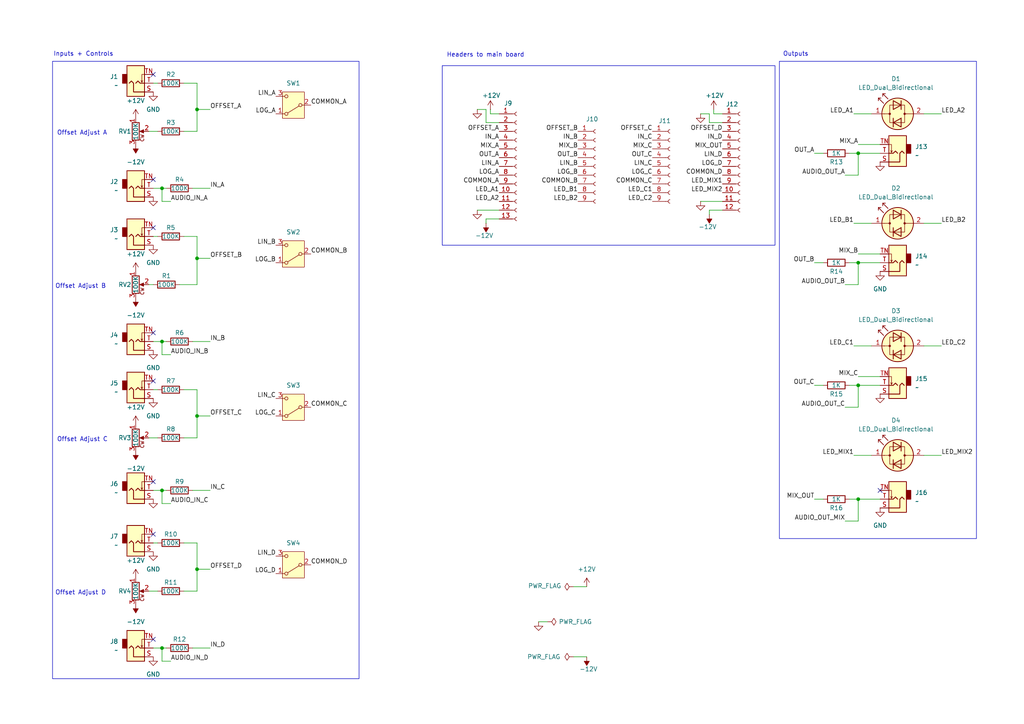
<source format=kicad_sch>
(kicad_sch (version 20250114) (generator "eeschema") (generator_version "9.0")
  (paper "A4")
  (lib_symbols
    (symbol "Connector:Conn_01x09_Socket" (pin_names (offset 1.016) (hide yes))
      (property "Reference" "J" (at 0 12.7 0))
      (property "Value" "Conn_01x09_Socket" (at 0 -12.7 0))
      (symbol "Conn_01x09_Socket_1_1"
        (polyline (pts (xy -1.27 10.16) (xy -0.508 10.16)) (stroke (width 0.1524)))
        (polyline (pts (xy -1.27 7.62) (xy -0.508 7.62)) (stroke (width 0.1524)))
        (polyline (pts (xy -1.27 5.08) (xy -0.508 5.08)) (stroke (width 0.1524)))
        (polyline (pts (xy -1.27 2.54) (xy -0.508 2.54)) (stroke (width 0.1524)))
        (polyline (pts (xy -1.27 0) (xy -0.508 0)) (stroke (width 0.1524)))
        (polyline (pts (xy -1.27 -2.54) (xy -0.508 -2.54)) (stroke (width 0.1524)))
        (polyline (pts (xy -1.27 -5.08) (xy -0.508 -5.08)) (stroke (width 0.1524)))
        (polyline (pts (xy -1.27 -7.62) (xy -0.508 -7.62)) (stroke (width 0.1524)))
        (polyline (pts (xy -1.27 -10.16) (xy -0.508 -10.16)) (stroke (width 0.1524)))
        (arc (start 0 9.652) (mid -0.5058 10.16) (end 0 10.668) (stroke (width 0.1524)))
        (arc (start 0 7.112) (mid -0.5058 7.62) (end 0 8.128) (stroke (width 0.1524)))
        (arc (start 0 4.572) (mid -0.5058 5.08) (end 0 5.588) (stroke (width 0.1524)))
        (arc (start 0 2.032) (mid -0.5058 2.54) (end 0 3.048) (stroke (width 0.1524)))
        (arc (start 0 -0.508) (mid -0.5058 0) (end 0 0.508) (stroke (width 0.1524)))
        (arc (start 0 -3.048) (mid -0.5058 -2.54) (end 0 -2.032) (stroke (width 0.1524)))
        (arc (start 0 -5.588) (mid -0.5058 -5.08) (end 0 -4.572) (stroke (width 0.1524)))
        (arc (start 0 -8.128) (mid -0.5058 -7.62) (end 0 -7.112) (stroke (width 0.1524)))
        (arc (start 0 -10.668) (mid -0.5058 -10.16) (end 0 -9.652) (stroke (width 0.1524)))
        (pin passive line (at -5.08 10.16 0) (length 3.81) (name "Pin_1") (number "1"))
        (pin passive line (at -5.08 7.62 0) (length 3.81) (name "Pin_2") (number "2"))
        (pin passive line (at -5.08 5.08 0) (length 3.81) (name "Pin_3") (number "3"))
        (pin passive line (at -5.08 2.54 0) (length 3.81) (name "Pin_4") (number "4"))
        (pin passive line (at -5.08 0 0) (length 3.81) (name "Pin_5") (number "5"))
        (pin passive line (at -5.08 -2.54 0) (length 3.81) (name "Pin_6") (number "6"))
        (pin passive line (at -5.08 -5.08 0) (length 3.81) (name "Pin_7") (number "7"))
        (pin passive line (at -5.08 -7.62 0) (length 3.81) (name "Pin_8") (number "8"))
        (pin passive line (at -5.08 -10.16 0) (length 3.81) (name "Pin_9") (number "9"))
      )
    )
    (symbol "Connector:Conn_01x12_Socket" (pin_names (offset 1.016) (hide yes))
      (property "Reference" "J" (at 0 15.24 0))
      (property "Value" "Conn_01x12_Socket" (at 0 -17.78 0))
      (symbol "Conn_01x12_Socket_1_1"
        (polyline (pts (xy -1.27 12.7) (xy -0.508 12.7)) (stroke (width 0.1524)))
        (polyline (pts (xy -1.27 10.16) (xy -0.508 10.16)) (stroke (width 0.1524)))
        (polyline (pts (xy -1.27 7.62) (xy -0.508 7.62)) (stroke (width 0.1524)))
        (polyline (pts (xy -1.27 5.08) (xy -0.508 5.08)) (stroke (width 0.1524)))
        (polyline (pts (xy -1.27 2.54) (xy -0.508 2.54)) (stroke (width 0.1524)))
        (polyline (pts (xy -1.27 0) (xy -0.508 0)) (stroke (width 0.1524)))
        (polyline (pts (xy -1.27 -2.54) (xy -0.508 -2.54)) (stroke (width 0.1524)))
        (polyline (pts (xy -1.27 -5.08) (xy -0.508 -5.08)) (stroke (width 0.1524)))
        (polyline (pts (xy -1.27 -7.62) (xy -0.508 -7.62)) (stroke (width 0.1524)))
        (polyline (pts (xy -1.27 -10.16) (xy -0.508 -10.16)) (stroke (width 0.1524)))
        (polyline (pts (xy -1.27 -12.7) (xy -0.508 -12.7)) (stroke (width 0.1524)))
        (polyline (pts (xy -1.27 -15.24) (xy -0.508 -15.24)) (stroke (width 0.1524)))
        (arc (start 0 12.192) (mid -0.5058 12.7) (end 0 13.208) (stroke (width 0.1524)))
        (arc (start 0 9.652) (mid -0.5058 10.16) (end 0 10.668) (stroke (width 0.1524)))
        (arc (start 0 7.112) (mid -0.5058 7.62) (end 0 8.128) (stroke (width 0.1524)))
        (arc (start 0 4.572) (mid -0.5058 5.08) (end 0 5.588) (stroke (width 0.1524)))
        (arc (start 0 2.032) (mid -0.5058 2.54) (end 0 3.048) (stroke (width 0.1524)))
        (arc (start 0 -0.508) (mid -0.5058 0) (end 0 0.508) (stroke (width 0.1524)))
        (arc (start 0 -3.048) (mid -0.5058 -2.54) (end 0 -2.032) (stroke (width 0.1524)))
        (arc (start 0 -5.588) (mid -0.5058 -5.08) (end 0 -4.572) (stroke (width 0.1524)))
        (arc (start 0 -8.128) (mid -0.5058 -7.62) (end 0 -7.112) (stroke (width 0.1524)))
        (arc (start 0 -10.668) (mid -0.5058 -10.16) (end 0 -9.652) (stroke (width 0.1524)))
        (arc (start 0 -13.208) (mid -0.5058 -12.7) (end 0 -12.192) (stroke (width 0.1524)))
        (arc (start 0 -15.748) (mid -0.5058 -15.24) (end 0 -14.732) (stroke (width 0.1524)))
        (pin passive line (at -5.08 12.7 0) (length 3.81) (name "Pin_1") (number "1"))
        (pin passive line (at -5.08 10.16 0) (length 3.81) (name "Pin_2") (number "2"))
        (pin passive line (at -5.08 7.62 0) (length 3.81) (name "Pin_3") (number "3"))
        (pin passive line (at -5.08 5.08 0) (length 3.81) (name "Pin_4") (number "4"))
        (pin passive line (at -5.08 2.54 0) (length 3.81) (name "Pin_5") (number "5"))
        (pin passive line (at -5.08 0 0) (length 3.81) (name "Pin_6") (number "6"))
        (pin passive line (at -5.08 -2.54 0) (length 3.81) (name "Pin_7") (number "7"))
        (pin passive line (at -5.08 -5.08 0) (length 3.81) (name "Pin_8") (number "8"))
        (pin passive line (at -5.08 -7.62 0) (length 3.81) (name "Pin_9") (number "9"))
        (pin passive line (at -5.08 -10.16 0) (length 3.81) (name "Pin_10") (number "10"))
        (pin passive line (at -5.08 -12.7 0) (length 3.81) (name "Pin_11") (number "11"))
        (pin passive line (at -5.08 -15.24 0) (length 3.81) (name "Pin_12") (number "12"))
      )
    )
    (symbol "Connector:Conn_01x13_Socket" (pin_names (offset 1.016) (hide yes))
      (property "Reference" "J" (at 0 17.78 0))
      (property "Value" "Conn_01x13_Socket" (at 0 -17.78 0))
      (symbol "Conn_01x13_Socket_1_1"
        (polyline (pts (xy -1.27 15.24) (xy -0.508 15.24)) (stroke (width 0.1524)))
        (polyline (pts (xy -1.27 12.7) (xy -0.508 12.7)) (stroke (width 0.1524)))
        (polyline (pts (xy -1.27 10.16) (xy -0.508 10.16)) (stroke (width 0.1524)))
        (polyline (pts (xy -1.27 7.62) (xy -0.508 7.62)) (stroke (width 0.1524)))
        (polyline (pts (xy -1.27 5.08) (xy -0.508 5.08)) (stroke (width 0.1524)))
        (polyline (pts (xy -1.27 2.54) (xy -0.508 2.54)) (stroke (width 0.1524)))
        (polyline (pts (xy -1.27 0) (xy -0.508 0)) (stroke (width 0.1524)))
        (polyline (pts (xy -1.27 -2.54) (xy -0.508 -2.54)) (stroke (width 0.1524)))
        (polyline (pts (xy -1.27 -5.08) (xy -0.508 -5.08)) (stroke (width 0.1524)))
        (polyline (pts (xy -1.27 -7.62) (xy -0.508 -7.62)) (stroke (width 0.1524)))
        (polyline (pts (xy -1.27 -10.16) (xy -0.508 -10.16)) (stroke (width 0.1524)))
        (polyline (pts (xy -1.27 -12.7) (xy -0.508 -12.7)) (stroke (width 0.1524)))
        (polyline (pts (xy -1.27 -15.24) (xy -0.508 -15.24)) (stroke (width 0.1524)))
        (arc (start 0 14.732) (mid -0.5058 15.24) (end 0 15.748) (stroke (width 0.1524)))
        (arc (start 0 12.192) (mid -0.5058 12.7) (end 0 13.208) (stroke (width 0.1524)))
        (arc (start 0 9.652) (mid -0.5058 10.16) (end 0 10.668) (stroke (width 0.1524)))
        (arc (start 0 7.112) (mid -0.5058 7.62) (end 0 8.128) (stroke (width 0.1524)))
        (arc (start 0 4.572) (mid -0.5058 5.08) (end 0 5.588) (stroke (width 0.1524)))
        (arc (start 0 2.032) (mid -0.5058 2.54) (end 0 3.048) (stroke (width 0.1524)))
        (arc (start 0 -0.508) (mid -0.5058 0) (end 0 0.508) (stroke (width 0.1524)))
        (arc (start 0 -3.048) (mid -0.5058 -2.54) (end 0 -2.032) (stroke (width 0.1524)))
        (arc (start 0 -5.588) (mid -0.5058 -5.08) (end 0 -4.572) (stroke (width 0.1524)))
        (arc (start 0 -8.128) (mid -0.5058 -7.62) (end 0 -7.112) (stroke (width 0.1524)))
        (arc (start 0 -10.668) (mid -0.5058 -10.16) (end 0 -9.652) (stroke (width 0.1524)))
        (arc (start 0 -13.208) (mid -0.5058 -12.7) (end 0 -12.192) (stroke (width 0.1524)))
        (arc (start 0 -15.748) (mid -0.5058 -15.24) (end 0 -14.732) (stroke (width 0.1524)))
        (pin passive line (at -5.08 15.24 0) (length 3.81) (name "Pin_1") (number "1"))
        (pin passive line (at -5.08 12.7 0) (length 3.81) (name "Pin_2") (number "2"))
        (pin passive line (at -5.08 10.16 0) (length 3.81) (name "Pin_3") (number "3"))
        (pin passive line (at -5.08 7.62 0) (length 3.81) (name "Pin_4") (number "4"))
        (pin passive line (at -5.08 5.08 0) (length 3.81) (name "Pin_5") (number "5"))
        (pin passive line (at -5.08 2.54 0) (length 3.81) (name "Pin_6") (number "6"))
        (pin passive line (at -5.08 0 0) (length 3.81) (name "Pin_7") (number "7"))
        (pin passive line (at -5.08 -2.54 0) (length 3.81) (name "Pin_8") (number "8"))
        (pin passive line (at -5.08 -5.08 0) (length 3.81) (name "Pin_9") (number "9"))
        (pin passive line (at -5.08 -7.62 0) (length 3.81) (name "Pin_10") (number "10"))
        (pin passive line (at -5.08 -10.16 0) (length 3.81) (name "Pin_11") (number "11"))
        (pin passive line (at -5.08 -12.7 0) (length 3.81) (name "Pin_12") (number "12"))
        (pin passive line (at -5.08 -15.24 0) (length 3.81) (name "Pin_13") (number "13"))
      )
    )
    (symbol "Eurorack Common:Alpha_Potentiometer" (pin_names (offset 1.016) (hide yes))
      (property "Reference" "RV" (at -1.27 0 0))
      (property "Value" "R" (at 0 0 90))
      (symbol "Alpha_Potentiometer_0_0"
        (text "CW" (at 1.905 -1.905 900) (effects (font (size 1 1))))
      )
      (symbol "Alpha_Potentiometer_0_1"
        (rectangle (start 1.016 2.54) (end -1.016 -2.54) (stroke (width 0.254)))
        (polyline (pts (xy 1.143 0) (xy 2.286 0.508) (xy 2.286 -0.508) (xy 1.143 0)) (fill (type outline)))
        (polyline (pts (xy 2.54 0) (xy 1.524 0)))
      )
      (symbol "Alpha_Potentiometer_1_1"
        (pin passive line (at 0 3.81 270) (length 1.27) (name "1") (number "1"))
        (pin passive line (at 0 -3.81 90) (length 1.27) (name "3") (number "3"))
        (pin passive line (at 3.81 0 180) (length 1.27) (name "2") (number "2"))
      )
    )
    (symbol "Eurorack Common:AudioJack2_SwitchT"
      (property "Reference" "J3" (at 0 -6.35 0))
      (property "Value" "JACK_2P" (at -0.635 4.9729 0))
      (symbol "AudioJack2_SwitchT_0_1"
        (rectangle (start -2.54 0) (end -3.81 -2.54) (stroke (width 0.254)) (fill (type outline)))
        (polyline (pts (xy 0 0) (xy 0.635 -0.635) (xy 1.27 0) (xy 2.54 0)) (stroke (width 0.254)))
        (polyline (pts (xy 1.778 -0.254) (xy 2.032 -0.762)))
        (rectangle (start 2.54 3.81) (end -2.54 -5.08) (stroke (width 0.254)) (fill (type background)))
        (polyline (pts (xy 2.54 2.54) (xy -0.635 2.54) (xy -0.635 0) (xy -1.27 -0.635) (xy -1.905 0)) (stroke (width 0.254)))
        (polyline (pts (xy 2.54 -2.54) (xy 1.778 -2.54) (xy 1.778 -0.254) (xy 1.524 -0.762)))
      )
      (symbol "AudioJack2_SwitchT_1_1"
        (pin passive line (at 5.08 2.54 180) (length 2.54) (name "~") (number "S"))
        (pin passive line (at 5.08 0 180) (length 2.54) (name "~") (number "T"))
        (pin passive line (at 5.08 -2.54 180) (length 2.54) (name "~") (number "TN"))
      )
    )
    (symbol "Eurorack Common:LED_Dual_Bidirectional_3mm" (pin_names (offset 0) (hide yes))
      (property "Reference" "D" (at 0 5.715 0))
      (property "Value" "LED_Dual_Bidirectional_3mm" (at 0 -6.35 0))
      (symbol "LED_Dual_Bidirectional_3mm_0_1"
        (polyline (pts (xy -4.572 0) (xy -2.54 0)))
        (circle (center -2.032 0) (radius 0.254) (fill (type outline)))
        (polyline (pts (xy -2.032 0) (xy -2.54 0)))
        (polyline (pts (xy -1.016 3.81) (xy -1.016 1.27)) (stroke (width 0.254)))
        (polyline (pts (xy -1.016 -1.27) (xy -1.016 -3.81) (xy 1.27 -2.54) (xy -1.016 -1.27)) (stroke (width 0.254)))
        (circle (center 0 0) (radius 4.572) (stroke (width 0.254)) (fill (type background)))
        (polyline (pts (xy 1.27 3.81) (xy 1.27 1.27) (xy -1.016 2.54) (xy 1.27 3.81)) (stroke (width 0.254)))
        (polyline (pts (xy 1.27 -1.27) (xy 1.27 -3.81)) (stroke (width 0.254)))
        (polyline (pts (xy 2.286 2.54) (xy -2.032 2.54) (xy -2.032 -2.54) (xy 2.286 -2.54) (xy 2.286 2.54)))
        (circle (center 2.286 0) (radius 0.254) (fill (type outline)))
        (polyline (pts (xy 2.794 4.318) (xy 4.318 5.842) (xy 3.556 5.842)) (stroke (width 0.2032)))
        (polyline (pts (xy 4.064 3.048) (xy 5.588 4.572) (xy 4.826 4.572)) (stroke (width 0.2032)))
        (polyline (pts (xy 4.064 0) (xy 2.286 0)) (fill (type outline)))
        (polyline (pts (xy 4.318 5.842) (xy 4.318 5.08)) (stroke (width 0.2032)))
        (polyline (pts (xy 5.588 4.572) (xy 5.588 3.81)) (stroke (width 0.2032)))
      )
      (symbol "LED_Dual_Bidirectional_3mm_1_1"
        (pin input line (at -7.62 0 0) (length 3.048) (name "AK") (number "2"))
        (pin input line (at 7.62 0 180) (length 3.81) (name "KA") (number "1"))
      )
    )
    (symbol "Eurorack Common:R_DIN0207" (pin_numbers (hide yes)) (pin_names (offset 0))
      (property "Reference" "R" (at 2.032 0 90))
      (property "Value" "R" (at 0 0 90))
      (symbol "R_DIN0207_0_1"
        (rectangle (start -1.016 2.54) (end 1.016 -2.54) (stroke (width 0.254)))
      )
      (symbol "R_DIN0207_1_1"
        (pin passive line (at 0 3.81 270) (length 1.27) (name "~") (number "1"))
        (pin passive line (at 0 -3.81 90) (length 1.27) (name "~") (number "2"))
      )
    )
    (symbol "Switch:SW_SPDT" (pin_names (offset 0) (hide yes))
      (property "Reference" "SW" (at 0 5.08 0))
      (property "Value" "SW_SPDT" (at 0 -5.08 0))
      (symbol "SW_SPDT_0_1"
        (circle (center -2.032 0) (radius 0.4572))
        (polyline (pts (xy -1.651 0.254) (xy 1.651 2.286)))
        (circle (center 2.032 2.54) (radius 0.4572))
        (circle (center 2.032 -2.54) (radius 0.4572))
      )
      (symbol "SW_SPDT_1_1"
        (rectangle (start -3.175 3.81) (end 3.175 -3.81) (fill (type background)))
        (pin passive line (at -5.08 0 0) (length 2.54) (name "B") (number "2"))
        (pin passive line (at 5.08 2.54 180) (length 2.54) (name "A") (number "1"))
        (pin passive line (at 5.08 -2.54 180) (length 2.54) (name "C") (number "3"))
      )
    )
    (symbol "power:+12V" (power) (pin_numbers (hide yes)) (pin_names (offset 0) (hide yes))
      (property "Value" "+12V" (at 0 3.556 0))
      (symbol "+12V_0_1"
        (polyline (pts (xy -0.762 1.27) (xy 0 2.54)))
        (polyline (pts (xy 0 2.54) (xy 0.762 1.27)))
        (polyline (pts (xy 0 0) (xy 0 2.54)))
      )
      (symbol "+12V_1_1"
        (pin power_in line (at 0 0 90) (length 0) (name "~") (number "1"))
      )
    )
    (symbol "power:-12V" (power) (pin_numbers (hide yes)) (pin_names (offset 0) (hide yes))
      (property "Value" "-12V" (at 0 3.556 0))
      (symbol "-12V_0_0"
        (pin power_in line (at 0 0 90) (length 0) (name "~") (number "1"))
      )
      (symbol "-12V_0_1"
        (polyline (pts (xy 0 0) (xy 0 1.27) (xy 0.762 1.27) (xy 0 2.54) (xy -0.762 1.27) (xy 0 1.27)) (fill (type outline)))
      )
    )
    (symbol "power:GND" (power) (pin_numbers (hide yes)) (pin_names (offset 0) (hide yes))
      (property "Value" "GND" (at 0 -3.81 0))
      (symbol "GND_0_1"
        (polyline (pts (xy 0 0) (xy 0 -1.27) (xy 1.27 -1.27) (xy 0 -2.54) (xy -1.27 -1.27) (xy 0 -1.27)))
      )
      (symbol "GND_1_1"
        (pin power_in line (at 0 0 270) (length 0) (name "~") (number "1"))
      )
    )
    (symbol "power:PWR_FLAG" (power) (pin_numbers (hide yes)) (pin_names (offset 0) (hide yes))
      (property "Value" "PWR_FLAG" (at 0 3.81 0))
      (symbol "PWR_FLAG_0_0"
        (pin power_out line (at 0 0 90) (length 0) (name "~") (number "1"))
      )
      (symbol "PWR_FLAG_0_1"
        (polyline (pts (xy 0 0) (xy 0 1.27) (xy -1.016 1.905) (xy 0 2.54) (xy 1.016 1.905) (xy 0 1.27)))
      )
    )
  )
  (rectangle (start 15.24 17.78) (end 104.14 196.85))
  (rectangle (start 128.27 19.05) (end 224.79 71.12))
  (rectangle (start 226.06 17.78) (end 283.21 156.21))
  (text "Offset Adjust D" (at 16.002 172.72 0) (effects (font (size 1.27 1.27)) (justify left bottom)))
  (text "Outputs" (at 227.076 15.748 0) (effects (font (size 1.27 1.27)) (justify left)))
  (text "Offset Adjust C" (at 16.51 128.27 0) (effects (font (size 1.27 1.27)) (justify left bottom)))
  (text "Offset Adjust B" (at 16.002 83.82 0) (effects (font (size 1.27 1.27)) (justify left bottom)))
  (text "Offset Adjust A" (at 16.51 39.37 0) (effects (font (size 1.27 1.27)) (justify left bottom)))
  (text "Headers to main board" (at 129.54 16.002 0) (effects (font (size 1.27 1.27)) (justify left)))
  (text "Inputs + Controls" (at 15.494 15.748 0) (effects (font (size 1.27 1.27)) (justify left)))
  (junction (at 46.99 99.06))
  (junction (at 57.15 120.65))
  (junction (at 57.15 165.1))
  (junction (at 248.92 76.2))
  (junction (at 57.15 31.75))
  (junction (at 248.92 111.76))
  (junction (at 248.92 144.78))
  (junction (at 57.15 74.93))
  (junction (at 46.99 187.96))
  (junction (at 46.99 54.61))
  (junction (at 46.99 142.24))
  (junction (at 248.92 44.45))
  (no_connect (at 44.45 110.49))
  (no_connect (at 44.45 52.07))
  (no_connect (at 44.45 21.59))
  (no_connect (at 44.45 66.04))
  (no_connect (at 44.45 185.42))
  (no_connect (at 255.27 142.24))
  (no_connect (at 44.45 154.94))
  (no_connect (at 44.45 96.52))
  (no_connect (at 44.45 139.7))
  (wire (pts (xy 140.97 31.75) (xy 138.43 31.75)))
  (wire (pts (xy 245.11 50.8) (xy 248.92 50.8)))
  (wire (pts (xy 46.99 146.05) (xy 46.99 142.24)))
  (wire (pts (xy 170.18 190.5) (xy 166.37 190.5)))
  (wire (pts (xy 236.22 76.2) (xy 238.76 76.2)))
  (wire (pts (xy 247.65 64.77) (xy 252.73 64.77)))
  (wire (pts (xy 44.45 24.13) (xy 45.72 24.13)))
  (wire (pts (xy 245.11 151.13) (xy 248.92 151.13)))
  (wire (pts (xy 57.15 74.93) (xy 57.15 82.55)))
  (wire (pts (xy 246.38 111.76) (xy 248.92 111.76)))
  (wire (pts (xy 140.97 35.56) (xy 140.97 31.75)))
  (wire (pts (xy 43.18 171.45) (xy 45.72 171.45)))
  (wire (pts (xy 57.15 24.13) (xy 57.15 31.75)))
  (wire (pts (xy 144.78 33.02) (xy 142.24 33.02)))
  (wire (pts (xy 248.92 144.78) (xy 255.27 144.78)))
  (wire (pts (xy 205.74 62.23) (xy 205.74 60.96)))
  (wire (pts (xy 209.55 33.02) (xy 207.01 33.02)))
  (wire (pts (xy 57.15 68.58) (xy 53.34 68.58)))
  (wire (pts (xy 44.45 113.03) (xy 45.72 113.03)))
  (wire (pts (xy 248.92 76.2) (xy 255.27 76.2)))
  (wire (pts (xy 248.92 144.78) (xy 248.92 151.13)))
  (wire (pts (xy 44.45 54.61) (xy 46.99 54.61)))
  (wire (pts (xy 247.65 132.08) (xy 252.73 132.08)))
  (wire (pts (xy 43.18 127) (xy 45.72 127)))
  (wire (pts (xy 46.99 102.87) (xy 46.99 99.06)))
  (wire (pts (xy 236.22 111.76) (xy 238.76 111.76)))
  (wire (pts (xy 248.92 44.45) (xy 248.92 50.8)))
  (wire (pts (xy 60.96 187.96) (xy 55.88 187.96)))
  (wire (pts (xy 248.92 73.66) (xy 255.27 73.66)))
  (wire (pts (xy 57.15 31.75) (xy 57.15 38.1)))
  (wire (pts (xy 46.99 142.24) (xy 48.26 142.24)))
  (wire (pts (xy 246.38 44.45) (xy 248.92 44.45)))
  (wire (pts (xy 144.78 35.56) (xy 140.97 35.56)))
  (wire (pts (xy 45.72 68.58) (xy 44.45 68.58)))
  (wire (pts (xy 140.97 63.5) (xy 144.78 63.5)))
  (wire (pts (xy 46.99 191.77) (xy 46.99 187.96)))
  (wire (pts (xy 44.45 157.48) (xy 45.72 157.48)))
  (wire (pts (xy 57.15 38.1) (xy 53.34 38.1)))
  (wire (pts (xy 245.11 118.11) (xy 248.92 118.11)))
  (wire (pts (xy 248.92 44.45) (xy 255.27 44.45)))
  (wire (pts (xy 44.45 99.06) (xy 46.99 99.06)))
  (wire (pts (xy 57.15 74.93) (xy 60.96 74.93)))
  (wire (pts (xy 57.15 165.1) (xy 57.15 171.45)))
  (wire (pts (xy 245.11 82.55) (xy 248.92 82.55)))
  (wire (pts (xy 49.53 146.05) (xy 46.99 146.05)))
  (wire (pts (xy 57.15 165.1) (xy 60.96 165.1)))
  (wire (pts (xy 205.74 60.96) (xy 209.55 60.96)))
  (wire (pts (xy 267.97 100.33) (xy 273.05 100.33)))
  (wire (pts (xy 48.26 54.61) (xy 46.99 54.61)))
  (wire (pts (xy 246.38 76.2) (xy 248.92 76.2)))
  (wire (pts (xy 267.97 33.02) (xy 273.05 33.02)))
  (wire (pts (xy 57.15 127) (xy 53.34 127)))
  (wire (pts (xy 267.97 64.77) (xy 273.05 64.77)))
  (wire (pts (xy 205.74 35.56) (xy 205.74 33.02)))
  (wire (pts (xy 49.53 58.42) (xy 46.99 58.42)))
  (wire (pts (xy 46.99 58.42) (xy 46.99 54.61)))
  (wire (pts (xy 49.53 102.87) (xy 46.99 102.87)))
  (wire (pts (xy 46.99 99.06) (xy 48.26 99.06)))
  (wire (pts (xy 57.15 31.75) (xy 60.96 31.75)))
  (wire (pts (xy 44.45 142.24) (xy 46.99 142.24)))
  (wire (pts (xy 44.45 187.96) (xy 46.99 187.96)))
  (wire (pts (xy 248.92 109.22) (xy 255.27 109.22)))
  (wire (pts (xy 248.92 111.76) (xy 255.27 111.76)))
  (wire (pts (xy 60.96 142.24) (xy 55.88 142.24)))
  (wire (pts (xy 140.97 64.77) (xy 140.97 63.5)))
  (wire (pts (xy 46.99 187.96) (xy 48.26 187.96)))
  (wire (pts (xy 247.65 100.33) (xy 252.73 100.33)))
  (wire (pts (xy 57.15 120.65) (xy 57.15 127)))
  (wire (pts (xy 156.21 180.34) (xy 158.75 180.34)))
  (wire (pts (xy 170.18 170.18) (xy 166.37 170.18)))
  (wire (pts (xy 57.15 24.13) (xy 53.34 24.13)))
  (wire (pts (xy 248.92 41.91) (xy 255.27 41.91)))
  (wire (pts (xy 267.97 132.08) (xy 273.05 132.08)))
  (wire (pts (xy 57.15 157.48) (xy 57.15 165.1)))
  (wire (pts (xy 57.15 113.03) (xy 57.15 120.65)))
  (wire (pts (xy 60.96 99.06) (xy 55.88 99.06)))
  (wire (pts (xy 236.22 144.78) (xy 238.76 144.78)))
  (wire (pts (xy 207.01 33.02) (xy 207.01 31.75)))
  (wire (pts (xy 236.22 44.45) (xy 238.76 44.45)))
  (wire (pts (xy 57.15 113.03) (xy 53.34 113.03)))
  (wire (pts (xy 57.15 120.65) (xy 60.96 120.65)))
  (wire (pts (xy 209.55 35.56) (xy 205.74 35.56)))
  (wire (pts (xy 52.07 82.55) (xy 57.15 82.55)))
  (wire (pts (xy 53.34 171.45) (xy 57.15 171.45)))
  (wire (pts (xy 43.18 82.55) (xy 44.45 82.55)))
  (wire (pts (xy 205.74 33.02) (xy 203.2 33.02)))
  (wire (pts (xy 248.92 76.2) (xy 248.92 82.55)))
  (wire (pts (xy 53.34 157.48) (xy 57.15 157.48)))
  (wire (pts (xy 60.96 54.61) (xy 55.88 54.61)))
  (wire (pts (xy 246.38 144.78) (xy 248.92 144.78)))
  (wire (pts (xy 142.24 33.02) (xy 142.24 31.75)))
  (wire (pts (xy 43.18 38.1) (xy 45.72 38.1)))
  (wire (pts (xy 49.53 191.77) (xy 46.99 191.77)))
  (wire (pts (xy 209.55 58.42) (xy 203.2 58.42)))
  (wire (pts (xy 144.78 60.96) (xy 138.43 60.96)))
  (wire (pts (xy 247.65 33.02) (xy 252.73 33.02)))
  (wire (pts (xy 57.15 68.58) (xy 57.15 74.93)))
  (wire (pts (xy 248.92 111.76) (xy 248.92 118.11)))
  (label "LED_C2" (at 189.23 58.42 180))
  (label "LED_A2" (at 144.78 58.42 180))
  (label "LOG_B" (at 167.64 50.8 180))
  (label "OFFSET_A" (at 60.96 31.75 0))
  (label "COMMON_C" (at 189.23 53.34 180))
  (label "MIX_OUT" (at 209.55 43.18 180))
  (label "OUT_C" (at 189.23 45.72 180))
  (label "LIN_A" (at 144.78 48.26 180))
  (label "LIN_B" (at 80.01 71.12 180))
  (label "LIN_D" (at 80.01 161.29 180))
  (label "LOG_A" (at 80.01 33.02 180))
  (label "LOG_B" (at 80.01 76.2 180))
  (label "LED_B2" (at 273.05 64.77 0))
  (label "LED_B2" (at 167.64 58.42 180))
  (label "IN_D" (at 209.55 40.64 180))
  (label "LED_A1" (at 144.78 55.88 180))
  (label "AUDIO_IN_C" (at 49.53 146.05 0))
  (label "LOG_D" (at 80.01 166.37 180))
  (label "COMMON_B" (at 90.17 73.66 0))
  (label "LED_MIX1" (at 247.65 132.08 180))
  (label "LED_MIX2" (at 209.55 55.88 180))
  (label "MIX_OUT" (at 236.22 144.78 180))
  (label "IN_A" (at 144.78 40.64 180))
  (label "AUDIO_IN_B" (at 49.53 102.87 0))
  (label "AUDIO_OUT_C" (at 245.11 118.11 180))
  (label "LED_MIX1" (at 209.55 53.34 180))
  (label "MIX_C" (at 189.23 43.18 180))
  (label "COMMON_A" (at 90.17 30.48 0))
  (label "MIX_A" (at 144.78 43.18 180))
  (label "OFFSET_D" (at 60.96 165.1 0))
  (label "IN_A" (at 60.96 54.61 0))
  (label "LED_C1" (at 247.65 100.33 180))
  (label "LIN_D" (at 209.55 45.72 180))
  (label "MIX_A" (at 248.92 41.91 180))
  (label "LOG_C" (at 80.01 120.65 180))
  (label "LOG_A" (at 144.78 50.8 180))
  (label "LED_MIX2" (at 273.05 132.08 0))
  (label "IN_C" (at 189.23 40.64 180))
  (label "LIN_C" (at 80.01 115.57 180))
  (label "COMMON_D" (at 90.17 163.83 0))
  (label "OUT_A" (at 236.22 44.45 180))
  (label "AUDIO_OUT_B" (at 245.11 82.55 180))
  (label "LED_C2" (at 273.05 100.33 0))
  (label "MIX_B" (at 248.92 73.66 180))
  (label "AUDIO_OUT_MIX" (at 245.11 151.13 180))
  (label "OUT_C" (at 236.22 111.76 180))
  (label "COMMON_C" (at 90.17 118.11 0))
  (label "AUDIO_IN_A" (at 49.53 58.42 0))
  (label "OFFSET_C" (at 60.96 120.65 0))
  (label "IN_D" (at 60.96 187.96 0))
  (label "IN_B" (at 60.96 99.06 0))
  (label "LOG_C" (at 189.23 50.8 180))
  (label "LED_B1" (at 167.64 55.88 180))
  (label "LIN_A" (at 80.01 27.94 180))
  (label "LIN_C" (at 189.23 48.26 180))
  (label "LIN_B" (at 167.64 48.26 180))
  (label "COMMON_A" (at 144.78 53.34 180))
  (label "COMMON_B" (at 167.64 53.34 180))
  (label "IN_B" (at 167.64 40.64 180))
  (label "OFFSET_C" (at 189.23 38.1 180))
  (label "MIX_C" (at 248.92 109.22 180))
  (label "LED_A2" (at 273.05 33.02 0))
  (label "IN_C" (at 60.96 142.24 0))
  (label "AUDIO_IN_D" (at 49.53 191.77 0))
  (label "LED_B1" (at 247.65 64.77 180))
  (label "OFFSET_B" (at 60.96 74.93 0))
  (label "OUT_A" (at 144.78 45.72 180))
  (label "OUT_B" (at 236.22 76.2 180))
  (label "MIX_B" (at 167.64 43.18 180))
  (label "AUDIO_OUT_A" (at 245.11 50.8 180))
  (label "OFFSET_D" (at 209.55 38.1 180))
  (label "COMMON_D" (at 209.55 50.8 180))
  (label "OUT_B" (at 167.64 45.72 180))
  (label "OFFSET_B" (at 167.64 38.1 180))
  (label "OFFSET_A" (at 144.78 38.1 180))
  (label "LED_C1" (at 189.23 55.88 180))
  (label "LOG_D" (at 209.55 48.26 180))
  (label "LED_A1" (at 247.65 33.02 180))
  (symbol (lib_id "Eurorack Common:R_DIN0207") (at 49.53 157.48 90) (unit 1)
    (property "Reference" "R10" (at 49.53 154.94 90))
    (property "Value" "100K" (at 49.53 157.48 90))
    (property "Footprint" "Eurorack Common:R_Axial_DIN0207_L6.3mm_D2.5mm_P7.62mm_Horizontal" (effects (hide yes)))
    (property "Description" "Resistor" (effects (hide yes)))
  )
  (symbol (lib_id "Eurorack Common:R_DIN0207") (at 48.26 82.55 90) (unit 1)
    (property "Reference" "R1" (at 48.26 80.01 90))
    (property "Value" "100K" (at 48.26 82.55 90))
    (property "Footprint" "Eurorack Common:R_Axial_DIN0207_L6.3mm_D2.5mm_P7.62mm_Horizontal" (effects (hide yes)))
    (property "Description" "Resistor" (effects (hide yes)))
  )
  (symbol (lib_id "Eurorack Common:AudioJack2_SwitchT") (at 260.35 44.45 180) (unit 1)
    (property "Reference" "J13" (at 265.43 42.5449 0) (effects (justify right)))
    (property "Value" "~" (at 265.43 45.0849 0) (effects (justify right)))
    (property "Footprint" "Eurorack Common:Thonkicon" (effects (hide yes)))
  )
  (symbol (lib_id "Eurorack Common:AudioJack2_SwitchT") (at 39.37 113.03 0) (mirror x) (unit 1)
    (property "Reference" "J5" (at 34.29 111.1249 0) (effects (justify right)))
    (property "Value" "~" (at 34.29 113.6649 0) (effects (justify right)))
    (property "Footprint" "Eurorack Common:Thonkicon" (effects (hide yes)))
  )
  (symbol (lib_id "power:GND") (at 255.27 114.3 0) (mirror y) (unit 1)
    (property "Reference" "#PWR030" (effects (hide yes)))
    (property "Value" "GND" (effects (hide yes)))
    (property "Description" "Power symbol creates a global label with name \"GND\" , ground" (effects (hide yes)))
  )
  (symbol (lib_id "Eurorack Common:R_DIN0207") (at 52.07 99.06 90) (unit 1)
    (property "Reference" "R6" (at 52.07 96.52 90))
    (property "Value" "100K" (at 52.07 99.06 90))
    (property "Footprint" "Eurorack Common:R_Axial_DIN0207_L6.3mm_D2.5mm_P7.62mm_Horizontal" (effects (hide yes)))
    (property "Description" "Resistor" (effects (hide yes)))
  )
  (symbol (lib_id "power:GND") (at 255.27 147.32 0) (mirror y) (unit 1)
    (property "Reference" "#PWR031" (effects (hide yes)))
    (property "Value" "GND" (at 255.27 152.4 0))
    (property "Description" "Power symbol creates a global label with name \"GND\" , ground" (effects (hide yes)))
  )
  (symbol (lib_id "Connector:Conn_01x09_Socket") (at 172.72 48.26 0) (unit 1)
    (property "Reference" "J10" (at 169.926 34.544 0) (effects (justify left)))
    (property "Value" "Conn_01x09_Socket" (effects (hide yes)))
    (property "Footprint" "Connector_PinHeader_2.54mm:PinHeader_1x09_P2.54mm_Vertical" (effects (hide yes)))
    (property "Description" "Generic connector, single row, 01x09, script generated" (effects (hide yes)))
  )
  (symbol (lib_id "power:-12V") (at 170.18 190.5 0) (mirror x) (unit 1)
    (property "Reference" "#PWR023" (effects (hide yes)))
    (property "Value" "-12V" (at 170.688 194.056 0))
    (property "Description" "Power symbol creates a global label with name \"-12V\"" (effects (hide yes)))
  )
  (symbol (lib_id "power:GND") (at 44.45 115.57 0) (unit 1)
    (property "Reference" "#PWR013" (effects (hide yes)))
    (property "Value" "GND" (at 44.45 120.65 0))
    (property "Description" "Power symbol creates a global label with name \"GND\" , ground" (effects (hide yes)))
  )
  (symbol (lib_id "power:+12V") (at 39.37 78.74 0) (unit 1)
    (property "Reference" "#PWR03" (effects (hide yes)))
    (property "Value" "+12V" (at 39.37 73.66 0))
    (property "Description" "Power symbol creates a global label with name \"+12V\"" (effects (hide yes)))
  )
  (symbol (lib_id "Eurorack Common:LED_Dual_Bidirectional_3mm") (at 260.35 33.02 0) (mirror y) (unit 1)
    (property "Reference" "D1" (at 259.8547 22.86 0))
    (property "Value" "LED_Dual_Bidirectional" (at 259.8547 25.4 0))
    (property "Footprint" "Eurorack Common:LED_D3.0mm" (effects (hide yes)))
    (property "Description" "Dual LED, bidirectional" (effects (hide yes)))
  )
  (symbol (lib_id "Eurorack Common:LED_Dual_Bidirectional_3mm") (at 260.35 64.77 0) (mirror y) (unit 1)
    (property "Reference" "D2" (at 259.8547 54.61 0))
    (property "Value" "LED_Dual_Bidirectional" (at 259.8547 57.15 0))
    (property "Footprint" "Eurorack Common:LED_D3.0mm" (effects (hide yes)))
    (property "Description" "Dual LED, bidirectional" (effects (hide yes)))
  )
  (symbol (lib_id "power:+12V") (at 170.18 170.18 0) (mirror y) (unit 1)
    (property "Reference" "#PWR022" (effects (hide yes)))
    (property "Value" "+12V" (at 170.18 165.1 0))
    (property "Description" "Power symbol creates a global label with name \"+12V\"" (effects (hide yes)))
  )
  (symbol (lib_id "power:GND") (at 44.45 71.12 0) (unit 1)
    (property "Reference" "#PWR011" (effects (hide yes)))
    (property "Value" "GND" (at 44.45 76.2 0))
    (property "Description" "Power symbol creates a global label with name \"GND\" , ground" (effects (hide yes)))
  )
  (symbol (lib_id "power:-12V") (at 205.74 62.23 180) (unit 1)
    (property "Reference" "#PWR026" (effects (hide yes)))
    (property "Value" "-12V" (at 205.232 65.786 0))
    (property "Description" "Power symbol creates a global label with name \"-12V\"" (effects (hide yes)))
  )
  (symbol (lib_id "power:GND") (at 255.27 78.74 0) (mirror y) (unit 1)
    (property "Reference" "#PWR029" (effects (hide yes)))
    (property "Value" "GND" (at 255.27 83.82 0))
    (property "Description" "Power symbol creates a global label with name \"GND\" , ground" (effects (hide yes)))
  )
  (symbol (lib_id "Eurorack Common:AudioJack2_SwitchT") (at 39.37 68.58 0) (mirror x) (unit 1)
    (property "Reference" "J3" (at 34.29 66.6749 0) (effects (justify right)))
    (property "Value" "~" (at 34.29 69.2149 0) (effects (justify right)))
    (property "Footprint" "Eurorack Common:Thonkicon" (effects (hide yes)))
  )
  (symbol (lib_id "power:GND") (at 203.2 58.42 0) (unit 1)
    (property "Reference" "#PWR025" (effects (hide yes)))
    (property "Value" "GND" (effects (hide yes)))
    (property "Description" "Power symbol creates a global label with name \"GND\" , ground" (effects (hide yes)))
  )
  (symbol (lib_id "Eurorack Common:R_DIN0207") (at 52.07 54.61 90) (unit 1)
    (property "Reference" "R4" (at 52.07 52.07 90))
    (property "Value" "100K" (at 52.07 54.61 90))
    (property "Footprint" "Eurorack Common:R_Axial_DIN0207_L6.3mm_D2.5mm_P7.62mm_Horizontal" (effects (hide yes)))
    (property "Description" "Resistor" (effects (hide yes)))
  )
  (symbol (lib_id "Eurorack Common:LED_Dual_Bidirectional_3mm") (at 260.35 100.33 0) (mirror y) (unit 1)
    (property "Reference" "D3" (at 259.8547 90.17 0))
    (property "Value" "LED_Dual_Bidirectional" (at 259.8547 92.71 0))
    (property "Footprint" "Eurorack Common:LED_D3.0mm" (effects (hide yes)))
    (property "Description" "Dual LED, bidirectional" (effects (hide yes)))
  )
  (symbol (lib_id "Connector:Conn_01x12_Socket") (at 214.63 45.72 0) (unit 1)
    (property "Reference" "J12" (at 214.122 30.226 0) (effects (justify right)))
    (property "Value" "Conn_01x12_Pin" (effects (hide yes)))
    (property "Footprint" "Connector_PinHeader_2.54mm:PinHeader_1x12_P2.54mm_Vertical" (effects (hide yes)))
    (property "Description" "Generic connector, single row, 01x12, script generated" (effects (hide yes)))
  )
  (symbol (lib_id "Eurorack Common:R_DIN0207") (at 49.53 68.58 90) (unit 1)
    (property "Reference" "R5" (at 49.53 66.04 90))
    (property "Value" "100K" (at 49.53 68.58 90))
    (property "Footprint" "Eurorack Common:R_Axial_DIN0207_L6.3mm_D2.5mm_P7.62mm_Horizontal" (effects (hide yes)))
    (property "Description" "Resistor" (effects (hide yes)))
  )
  (symbol (lib_id "power:GND") (at 255.27 46.99 0) (mirror y) (unit 1)
    (property "Reference" "#PWR028" (effects (hide yes)))
    (property "Value" "GND" (effects (hide yes)))
    (property "Description" "Power symbol creates a global label with name \"GND\" , ground" (effects (hide yes)))
  )
  (symbol (lib_id "power:-12V") (at 39.37 41.91 180) (unit 1)
    (property "Reference" "#PWR02" (effects (hide yes)))
    (property "Value" "-12V" (at 39.37 46.99 0))
    (property "Description" "Power symbol creates a global label with name \"-12V\"" (effects (hide yes)))
  )
  (symbol (lib_id "power:+12V") (at 39.37 34.29 0) (unit 1)
    (property "Reference" "#PWR01" (effects (hide yes)))
    (property "Value" "+12V" (at 39.37 29.21 0))
    (property "Description" "Power symbol creates a global label with name \"+12V\"" (effects (hide yes)))
  )
  (symbol (lib_id "Eurorack Common:AudioJack2_SwitchT") (at 39.37 99.06 0) (mirror x) (unit 1)
    (property "Reference" "J4" (at 34.29 97.1549 0) (effects (justify right)))
    (property "Value" "~" (at 34.29 99.6949 0) (effects (justify right)))
    (property "Footprint" "Eurorack Common:Thonkicon" (effects (hide yes)))
  )
  (symbol (lib_id "power:+12V") (at 39.37 167.64 0) (unit 1)
    (property "Reference" "#PWR07" (effects (hide yes)))
    (property "Value" "+12V" (at 39.37 162.56 0))
    (property "Description" "Power symbol creates a global label with name \"+12V\"" (effects (hide yes)))
  )
  (symbol (lib_id "Eurorack Common:R_DIN0207") (at 242.57 44.45 270) (unit 1)
    (property "Reference" "R13" (at 242.57 46.99 90))
    (property "Value" "1K" (at 242.57 44.45 90))
    (property "Footprint" "Eurorack Common:R_Axial_DIN0207_L6.3mm_D2.5mm_P7.62mm_Horizontal" (effects (hide yes)))
    (property "Description" "Resistor" (effects (hide yes)))
  )
  (symbol (lib_id "Eurorack Common:AudioJack2_SwitchT") (at 260.35 76.2 180) (unit 1)
    (property "Reference" "J14" (at 265.43 74.2949 0) (effects (justify right)))
    (property "Value" "~" (at 265.43 76.8349 0) (effects (justify right)))
    (property "Footprint" "Eurorack Common:Thonkicon" (effects (hide yes)))
  )
  (symbol (lib_id "Eurorack Common:AudioJack2_SwitchT") (at 260.35 144.78 180) (unit 1)
    (property "Reference" "J16" (at 265.43 142.8749 0) (effects (justify right)))
    (property "Value" "~" (at 265.43 145.4149 0) (effects (justify right)))
    (property "Footprint" "Eurorack Common:Thonkicon" (effects (hide yes)))
  )
  (symbol (lib_id "power:GND") (at 138.43 60.96 0) (unit 1)
    (property "Reference" "#PWR018" (effects (hide yes)))
    (property "Value" "GND" (effects (hide yes)))
    (property "Description" "Power symbol creates a global label with name \"GND\" , ground" (effects (hide yes)))
  )
  (symbol (lib_id "Eurorack Common:AudioJack2_SwitchT") (at 39.37 142.24 0) (mirror x) (unit 1)
    (property "Reference" "J6" (at 34.29 140.3349 0) (effects (justify right)))
    (property "Value" "~" (at 34.29 142.8749 0) (effects (justify right)))
    (property "Footprint" "Eurorack Common:Thonkicon" (effects (hide yes)))
  )
  (symbol (lib_id "Eurorack Common:AudioJack2_SwitchT") (at 260.35 111.76 180) (unit 1)
    (property "Reference" "J15" (at 265.43 109.8549 0) (effects (justify right)))
    (property "Value" "~" (at 265.43 112.3949 0) (effects (justify right)))
    (property "Footprint" "Eurorack Common:Thonkicon" (effects (hide yes)))
  )
  (symbol (lib_id "Eurorack Common:AudioJack2_SwitchT") (at 39.37 54.61 0) (mirror x) (unit 1)
    (property "Reference" "J2" (at 34.29 52.7049 0) (effects (justify right)))
    (property "Value" "~" (at 34.29 55.2449 0) (effects (justify right)))
    (property "Footprint" "Eurorack Common:Thonkicon" (effects (hide yes)))
  )
  (symbol (lib_id "power:PWR_FLAG") (at 166.37 170.18 90) (unit 1)
    (property "Reference" "#FLG02" (effects (hide yes)))
    (property "Value" "PWR_FLAG" (at 162.814 169.926 90) (effects (justify left)))
    (property "Description" "Special symbol for telling ERC where power comes from" (effects (hide yes)))
  )
  (symbol (lib_id "Eurorack Common:LED_Dual_Bidirectional_3mm") (at 260.35 132.08 0) (mirror y) (unit 1)
    (property "Reference" "D4" (at 259.8547 121.92 0))
    (property "Value" "LED_Dual_Bidirectional" (at 259.8547 124.46 0))
    (property "Footprint" "Eurorack Common:LED_D3.0mm" (effects (hide yes)))
    (property "Description" "Dual LED, bidirectional" (effects (hide yes)))
  )
  (symbol (lib_id "Eurorack Common:R_DIN0207") (at 49.53 127 90) (unit 1)
    (property "Reference" "R8" (at 49.53 124.46 90))
    (property "Value" "100K" (at 49.53 127 90))
    (property "Footprint" "Eurorack Common:R_Axial_DIN0207_L6.3mm_D2.5mm_P7.62mm_Horizontal" (effects (hide yes)))
    (property "Description" "Resistor" (effects (hide yes)))
  )
  (symbol (lib_id "power:-12V") (at 140.97 64.77 180) (unit 1)
    (property "Reference" "#PWR019" (effects (hide yes)))
    (property "Value" "-12V" (at 140.462 68.326 0))
    (property "Description" "Power symbol creates a global label with name \"-12V\"" (effects (hide yes)))
  )
  (symbol (lib_id "Eurorack Common:Alpha_Potentiometer") (at 39.37 82.55 0) (unit 1)
    (property "Reference" "RV2" (at 38.1 82.55 0) (effects (justify right)))
    (property "Value" "100K" (at 39.37 80.01 90) (effects (justify right)))
    (property "Footprint" "Eurorack Common:Alpha Potentiometer" (effects (hide yes)))
  )
  (symbol (lib_id "power:-12V") (at 39.37 130.81 180) (unit 1)
    (property "Reference" "#PWR06" (effects (hide yes)))
    (property "Value" "-12V" (at 39.37 135.89 0))
    (property "Description" "Power symbol creates a global label with name \"-12V\"" (effects (hide yes)))
  )
  (symbol (lib_id "power:-12V") (at 39.37 86.36 180) (unit 1)
    (property "Reference" "#PWR04" (effects (hide yes)))
    (property "Value" "-12V" (at 39.37 91.44 0))
    (property "Description" "Power symbol creates a global label with name \"-12V\"" (effects (hide yes)))
  )
  (symbol (lib_id "Eurorack Common:AudioJack2_SwitchT") (at 39.37 187.96 0) (mirror x) (unit 1)
    (property "Reference" "J8" (at 34.29 186.0549 0) (effects (justify right)))
    (property "Value" "~" (at 34.29 188.5949 0) (effects (justify right)))
    (property "Footprint" "Eurorack Common:Thonkicon" (effects (hide yes)))
  )
  (symbol (lib_id "Eurorack Common:R_DIN0207") (at 242.57 144.78 270) (unit 1)
    (property "Reference" "R16" (at 242.57 147.32 90))
    (property "Value" "1K" (at 242.57 144.78 90))
    (property "Footprint" "Eurorack Common:R_Axial_DIN0207_L6.3mm_D2.5mm_P7.62mm_Horizontal" (effects (hide yes)))
    (property "Description" "Resistor" (effects (hide yes)))
  )
  (symbol (lib_id "Switch:SW_SPDT") (at 85.09 30.48 180) (unit 1)
    (property "Reference" "SW1" (at 85.09 24.13 0))
    (property "Footprint" "Eurorack Common:Sub-Miniature SPDT" (effects (hide yes)))
    (property "Description" "Switch, single pole double throw" (effects (hide yes)))
  )
  (symbol (lib_id "Eurorack Common:Alpha_Potentiometer") (at 39.37 171.45 0) (unit 1)
    (property "Reference" "RV4" (at 38.1 171.45 0) (effects (justify right)))
    (property "Value" "100K" (at 39.37 168.91 90) (effects (justify right)))
    (property "Footprint" "Eurorack Common:Alpha Potentiometer" (effects (hide yes)))
  )
  (symbol (lib_id "power:GND") (at 138.43 31.75 0) (unit 1)
    (property "Reference" "#PWR017" (effects (hide yes)))
    (property "Value" "GND" (effects (hide yes)))
    (property "Description" "Power symbol creates a global label with name \"GND\" , ground" (effects (hide yes)))
  )
  (symbol (lib_id "Eurorack Common:R_DIN0207") (at 49.53 24.13 90) (unit 1)
    (property "Reference" "R2" (at 49.53 21.59 90))
    (property "Value" "100K" (at 49.53 24.13 90))
    (property "Footprint" "Eurorack Common:R_Axial_DIN0207_L6.3mm_D2.5mm_P7.62mm_Horizontal" (effects (hide yes)))
    (property "Description" "Resistor" (effects (hide yes)))
  )
  (symbol (lib_id "Eurorack Common:Alpha_Potentiometer") (at 39.37 38.1 0) (unit 1)
    (property "Reference" "RV1" (at 38.1 38.1 0) (effects (justify right)))
    (property "Value" "100K" (at 39.37 35.56 90) (effects (justify right)))
    (property "Footprint" "Eurorack Common:Alpha Potentiometer" (effects (hide yes)))
  )
  (symbol (lib_id "Eurorack Common:R_DIN0207") (at 52.07 142.24 90) (unit 1)
    (property "Reference" "R9" (at 52.07 139.7 90))
    (property "Value" "100K" (at 52.07 142.24 90))
    (property "Footprint" "Eurorack Common:R_Axial_DIN0207_L6.3mm_D2.5mm_P7.62mm_Horizontal" (effects (hide yes)))
    (property "Description" "Resistor" (effects (hide yes)))
  )
  (symbol (lib_id "Switch:SW_SPDT") (at 85.09 163.83 180) (unit 1)
    (property "Reference" "SW4" (at 85.09 157.48 0))
    (property "Footprint" "Eurorack Common:Sub-Miniature SPDT" (effects (hide yes)))
    (property "Description" "Switch, single pole double throw" (effects (hide yes)))
  )
  (symbol (lib_id "Switch:SW_SPDT") (at 85.09 73.66 180) (unit 1)
    (property "Reference" "SW2" (at 85.09 67.31 0))
    (property "Footprint" "Eurorack Common:Sub-Miniature SPDT" (effects (hide yes)))
    (property "Description" "Switch, single pole double throw" (effects (hide yes)))
  )
  (symbol (lib_id "power:GND") (at 44.45 26.67 0) (unit 1)
    (property "Reference" "#PWR09" (effects (hide yes)))
    (property "Value" "GND" (at 44.45 31.75 0))
    (property "Description" "Power symbol creates a global label with name \"GND\" , ground" (effects (hide yes)))
  )
  (symbol (lib_id "Connector:Conn_01x13_Socket") (at 149.86 48.26 0) (unit 1)
    (property "Reference" "J9" (at 148.59 29.972 0) (effects (justify right)))
    (property "Value" "Conn_01x13_Socket" (effects (hide yes)))
    (property "Footprint" "Connector_PinHeader_2.54mm:PinHeader_1x13_P2.54mm_Vertical" (effects (hide yes)))
    (property "Description" "Generic connector, single row, 01x13, script generated" (effects (hide yes)))
  )
  (symbol (lib_id "power:GND") (at 44.45 144.78 0) (unit 1)
    (property "Reference" "#PWR014" (effects (hide yes)))
    (property "Value" "GND" (effects (hide yes)))
    (property "Description" "Power symbol creates a global label with name \"GND\" , ground" (effects (hide yes)))
  )
  (symbol (lib_id "power:+12V") (at 207.01 31.75 0) (unit 1)
    (property "Reference" "#PWR027" (effects (hide yes)))
    (property "Value" "+12V" (at 207.264 27.686 0))
    (property "Description" "Power symbol creates a global label with name \"+12V\"" (effects (hide yes)))
  )
  (symbol (lib_id "power:GND") (at 44.45 101.6 0) (unit 1)
    (property "Reference" "#PWR012" (effects (hide yes)))
    (property "Value" "GND" (at 44.45 106.68 0))
    (property "Description" "Power symbol creates a global label with name \"GND\" , ground" (effects (hide yes)))
  )
  (symbol (lib_id "Eurorack Common:R_DIN0207") (at 52.07 187.96 90) (unit 1)
    (property "Reference" "R12" (at 52.07 185.42 90))
    (property "Value" "100K" (at 52.07 187.96 90))
    (property "Footprint" "Eurorack Common:R_Axial_DIN0207_L6.3mm_D2.5mm_P7.62mm_Horizontal" (effects (hide yes)))
    (property "Description" "Resistor" (effects (hide yes)))
  )
  (symbol (lib_id "power:GND") (at 44.45 57.15 0) (unit 1)
    (property "Reference" "#PWR010" (effects (hide yes)))
    (property "Value" "GND" (effects (hide yes)))
    (property "Description" "Power symbol creates a global label with name \"GND\" , ground" (effects (hide yes)))
  )
  (symbol (lib_id "power:PWR_FLAG") (at 166.37 190.5 90) (mirror x) (unit 1)
    (property "Reference" "#FLG03" (effects (hide yes)))
    (property "Value" "PWR_FLAG" (at 162.56 190.4999 90) (effects (justify left)))
    (property "Description" "Special symbol for telling ERC where power comes from" (effects (hide yes)))
  )
  (symbol (lib_id "Eurorack Common:AudioJack2_SwitchT") (at 39.37 157.48 0) (mirror x) (unit 1)
    (property "Reference" "J7" (at 34.29 155.5749 0) (effects (justify right)))
    (property "Value" "~" (at 34.29 158.1149 0) (effects (justify right)))
    (property "Footprint" "Eurorack Common:Thonkicon" (effects (hide yes)))
  )
  (symbol (lib_id "power:GND") (at 156.21 180.34 0) (unit 1)
    (property "Reference" "#PWR021" (effects (hide yes)))
    (property "Value" "GND" (effects (hide yes)))
    (property "Description" "Power symbol creates a global label with name \"GND\" , ground" (effects (hide yes)))
  )
  (symbol (lib_id "Connector:Conn_01x09_Socket") (at 194.31 48.26 0) (unit 1)
    (property "Reference" "J11" (at 191.008 35.052 0) (effects (justify left)))
    (property "Value" "Conn_01x09_Socket" (effects (hide yes)))
    (property "Footprint" "Connector_PinHeader_2.54mm:PinHeader_1x09_P2.54mm_Vertical" (effects (hide yes)))
    (property "Description" "Generic connector, single row, 01x09, script generated" (effects (hide yes)))
  )
  (symbol (lib_id "power:-12V") (at 39.37 175.26 180) (unit 1)
    (property "Reference" "#PWR08" (effects (hide yes)))
    (property "Value" "-12V" (at 39.37 180.34 0))
    (property "Description" "Power symbol creates a global label with name \"-12V\"" (effects (hide yes)))
  )
  (symbol (lib_id "power:GND") (at 44.45 160.02 0) (unit 1)
    (property "Reference" "#PWR015" (effects (hide yes)))
    (property "Value" "GND" (at 44.45 165.1 0))
    (property "Description" "Power symbol creates a global label with name \"GND\" , ground" (effects (hide yes)))
  )
  (symbol (lib_id "power:GND") (at 44.45 190.5 0) (unit 1)
    (property "Reference" "#PWR016" (effects (hide yes)))
    (property "Value" "GND" (at 44.45 195.58 0))
    (property "Description" "Power symbol creates a global label with name \"GND\" , ground" (effects (hide yes)))
  )
  (symbol (lib_id "power:GND") (at 203.2 33.02 0) (unit 1)
    (property "Reference" "#PWR024" (effects (hide yes)))
    (property "Value" "GND" (effects (hide yes)))
    (property "Description" "Power symbol creates a global label with name \"GND\" , ground" (effects (hide yes)))
  )
  (symbol (lib_id "Eurorack Common:Alpha_Potentiometer") (at 39.37 127 0) (unit 1)
    (property "Reference" "RV3" (at 38.1 127 0) (effects (justify right)))
    (property "Value" "100K" (at 39.37 124.46 90) (effects (justify right)))
    (property "Footprint" "Eurorack Common:Alpha Potentiometer" (effects (hide yes)))
  )
  (symbol (lib_id "Eurorack Common:R_DIN0207") (at 49.53 38.1 90) (unit 1)
    (property "Reference" "R3" (at 49.53 35.56 90))
    (property "Value" "100K" (at 49.53 38.1 90))
    (property "Footprint" "Eurorack Common:R_Axial_DIN0207_L6.3mm_D2.5mm_P7.62mm_Horizontal" (effects (hide yes)))
    (property "Description" "Resistor" (effects (hide yes)))
  )
  (symbol (lib_id "Switch:SW_SPDT") (at 85.09 118.11 180) (unit 1)
    (property "Reference" "SW3" (at 85.09 111.76 0))
    (property "Footprint" "Eurorack Common:Sub-Miniature SPDT" (effects (hide yes)))
    (property "Description" "Switch, single pole double throw" (effects (hide yes)))
  )
  (symbol (lib_id "Eurorack Common:R_DIN0207") (at 49.53 113.03 90) (unit 1)
    (property "Reference" "R7" (at 49.53 110.49 90))
    (property "Value" "100K" (at 49.53 113.03 90))
    (property "Footprint" "Eurorack Common:R_Axial_DIN0207_L6.3mm_D2.5mm_P7.62mm_Horizontal" (effects (hide yes)))
    (property "Description" "Resistor" (effects (hide yes)))
  )
  (symbol (lib_id "Eurorack Common:AudioJack2_SwitchT") (at 39.37 24.13 0) (mirror x) (unit 1)
    (property "Reference" "J1" (at 34.29 22.2249 0) (effects (justify right)))
    (property "Value" "~" (at 34.29 24.7649 0) (effects (justify right)))
    (property "Footprint" "Eurorack Common:Thonkicon" (effects (hide yes)))
  )
  (symbol (lib_id "Eurorack Common:R_DIN0207") (at 49.53 171.45 90) (unit 1)
    (property "Reference" "R11" (at 49.53 168.91 90))
    (property "Value" "100K" (at 49.53 171.45 90))
    (property "Footprint" "Eurorack Common:R_Axial_DIN0207_L6.3mm_D2.5mm_P7.62mm_Horizontal" (effects (hide yes)))
    (property "Description" "Resistor" (effects (hide yes)))
  )
  (symbol (lib_id "Eurorack Common:R_DIN0207") (at 242.57 76.2 270) (unit 1)
    (property "Reference" "R14" (at 242.57 78.74 90))
    (property "Value" "1K" (at 242.57 76.2 90))
    (property "Footprint" "Eurorack Common:R_Axial_DIN0207_L6.3mm_D2.5mm_P7.62mm_Horizontal" (effects (hide yes)))
    (property "Description" "Resistor" (effects (hide yes)))
  )
  (symbol (lib_id "power:PWR_FLAG") (at 158.75 180.34 270) (mirror x) (unit 1)
    (property "Reference" "#FLG01" (effects (hide yes)))
    (property "Value" "PWR_FLAG" (at 162.052 180.34 90) (effects (justify left)))
    (property "Description" "Special symbol for telling ERC where power comes from" (effects (hide yes)))
  )
  (symbol (lib_id "Eurorack Common:R_DIN0207") (at 242.57 111.76 270) (unit 1)
    (property "Reference" "R15" (at 242.57 114.3 90))
    (property "Value" "1K" (at 242.57 111.76 90))
    (property "Footprint" "Eurorack Common:R_Axial_DIN0207_L6.3mm_D2.5mm_P7.62mm_Horizontal" (effects (hide yes)))
    (property "Description" "Resistor" (effects (hide yes)))
  )
  (symbol (lib_id "power:+12V") (at 39.37 123.19 0) (unit 1)
    (property "Reference" "#PWR05" (effects (hide yes)))
    (property "Value" "+12V" (at 39.37 118.11 0))
    (property "Description" "Power symbol creates a global label with name \"+12V\"" (effects (hide yes)))
  )
  (symbol (lib_id "power:+12V") (at 142.24 31.75 0) (unit 1)
    (property "Reference" "#PWR020" (effects (hide yes)))
    (property "Value" "+12V" (at 142.494 27.686 0))
    (property "Description" "Power symbol creates a global label with name \"+12V\"" (effects (hide yes)))
  )
)
</source>
